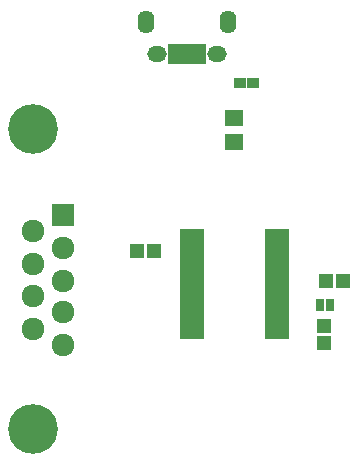
<source format=gts>
G04 #@! TF.FileFunction,Soldermask,Top*
%FSLAX46Y46*%
G04 Gerber Fmt 4.6, Leading zero omitted, Abs format (unit mm)*
G04 Created by KiCad (PCBNEW 4.0.2-stable) date Wed 04 May 2016 02:46:17 PM EDT*
%MOMM*%
G01*
G04 APERTURE LIST*
%ADD10C,0.100000*%
%ADD11R,1.000000X0.900000*%
%ADD12R,1.200000X1.150000*%
%ADD13R,1.150000X1.200000*%
%ADD14C,4.210000*%
%ADD15R,1.924000X1.924000*%
%ADD16C,1.924000*%
%ADD17R,1.650000X1.400000*%
%ADD18R,0.800000X1.750000*%
%ADD19O,1.650000X1.350000*%
%ADD20O,1.400000X1.950000*%
%ADD21R,0.800000X1.000000*%
%ADD22R,2.150000X0.850000*%
G04 APERTURE END LIST*
D10*
D11*
X161450000Y-78000000D03*
X162550000Y-78000000D03*
D12*
X154250000Y-92200000D03*
X152750000Y-92200000D03*
X170250000Y-94800000D03*
X168750000Y-94800000D03*
D13*
X168600000Y-98550000D03*
X168600000Y-100050000D03*
D14*
X144000000Y-81903000D03*
X144000000Y-107303000D03*
D15*
X146540000Y-89142000D03*
D16*
X146540000Y-91936000D03*
X146540000Y-94730000D03*
X146540000Y-97397000D03*
X146540000Y-100191000D03*
X144000000Y-98794000D03*
X144000000Y-96000000D03*
X144000000Y-93333000D03*
X144000000Y-90539000D03*
D17*
X161000000Y-81000000D03*
X161000000Y-83000000D03*
D18*
X158300900Y-75562540D03*
X157650900Y-75562540D03*
X157000900Y-75562540D03*
X156350900Y-75562540D03*
X155700900Y-75562540D03*
D19*
X159500900Y-75562540D03*
X154500900Y-75562540D03*
D20*
X160500900Y-72862540D03*
X153500900Y-72862540D03*
D21*
X168250000Y-96800000D03*
X169150000Y-96800000D03*
D22*
X157400000Y-90775000D03*
X157400000Y-91425000D03*
X157400000Y-92075000D03*
X157400000Y-92725000D03*
X157400000Y-93375000D03*
X157400000Y-94025000D03*
X157400000Y-94675000D03*
X157400000Y-95325000D03*
X157400000Y-95975000D03*
X157400000Y-96625000D03*
X157400000Y-97275000D03*
X157400000Y-97925000D03*
X157400000Y-98575000D03*
X157400000Y-99225000D03*
X164600000Y-99225000D03*
X164600000Y-98575000D03*
X164600000Y-97925000D03*
X164600000Y-97275000D03*
X164600000Y-96625000D03*
X164600000Y-95975000D03*
X164600000Y-95325000D03*
X164600000Y-94675000D03*
X164600000Y-94025000D03*
X164600000Y-93375000D03*
X164600000Y-92725000D03*
X164600000Y-92075000D03*
X164600000Y-91425000D03*
X164600000Y-90775000D03*
M02*

</source>
